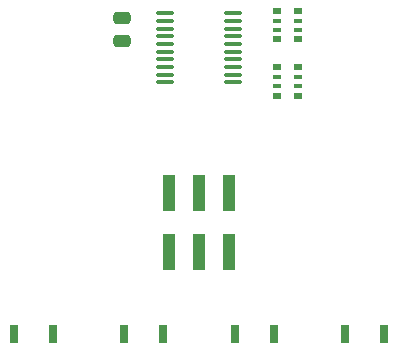
<source format=gbr>
%TF.GenerationSoftware,KiCad,Pcbnew,8.0.0*%
%TF.CreationDate,2024-07-14T16:28:40-05:00*%
%TF.ProjectId,Rick,5269636b-2e6b-4696-9361-645f70636258,rev?*%
%TF.SameCoordinates,Original*%
%TF.FileFunction,Paste,Bot*%
%TF.FilePolarity,Positive*%
%FSLAX46Y46*%
G04 Gerber Fmt 4.6, Leading zero omitted, Abs format (unit mm)*
G04 Created by KiCad (PCBNEW 8.0.0) date 2024-07-14 16:28:40*
%MOMM*%
%LPD*%
G01*
G04 APERTURE LIST*
G04 Aperture macros list*
%AMRoundRect*
0 Rectangle with rounded corners*
0 $1 Rounding radius*
0 $2 $3 $4 $5 $6 $7 $8 $9 X,Y pos of 4 corners*
0 Add a 4 corners polygon primitive as box body*
4,1,4,$2,$3,$4,$5,$6,$7,$8,$9,$2,$3,0*
0 Add four circle primitives for the rounded corners*
1,1,$1+$1,$2,$3*
1,1,$1+$1,$4,$5*
1,1,$1+$1,$6,$7*
1,1,$1+$1,$8,$9*
0 Add four rect primitives between the rounded corners*
20,1,$1+$1,$2,$3,$4,$5,0*
20,1,$1+$1,$4,$5,$6,$7,0*
20,1,$1+$1,$6,$7,$8,$9,0*
20,1,$1+$1,$8,$9,$2,$3,0*%
G04 Aperture macros list end*
%ADD10RoundRect,0.100000X-0.637500X-0.100000X0.637500X-0.100000X0.637500X0.100000X-0.637500X0.100000X0*%
%ADD11R,0.800000X0.500000*%
%ADD12R,0.800000X0.400000*%
%ADD13R,1.000000X3.150000*%
%ADD14R,0.800000X1.600000*%
%ADD15RoundRect,0.250000X0.475000X-0.250000X0.475000X0.250000X-0.475000X0.250000X-0.475000X-0.250000X0*%
G04 APERTURE END LIST*
D10*
%TO.C,U1*%
X167475000Y-78825000D03*
X167475000Y-78175000D03*
X167475000Y-77525000D03*
X167475000Y-76875000D03*
X167475000Y-76225000D03*
X167475000Y-75575000D03*
X167475000Y-74925000D03*
X167475000Y-74275000D03*
X167475000Y-73625000D03*
X167475000Y-72975000D03*
X173200000Y-72975000D03*
X173200000Y-73625000D03*
X173200000Y-74275000D03*
X173200000Y-74925000D03*
X173200000Y-75575000D03*
X173200000Y-76225000D03*
X173200000Y-76875000D03*
X173200000Y-77525000D03*
X173200000Y-78175000D03*
X173200000Y-78825000D03*
%TD*%
D11*
%TO.C,RN2*%
X178750000Y-72800000D03*
D12*
X178750000Y-73600000D03*
X178750000Y-74400000D03*
D11*
X178750000Y-75200000D03*
X176950000Y-75200000D03*
D12*
X176950000Y-74400000D03*
X176950000Y-73600000D03*
D11*
X176950000Y-72800000D03*
%TD*%
%TO.C,RN1*%
X176950000Y-79950000D03*
D12*
X176950000Y-79150000D03*
X176950000Y-78350000D03*
D11*
X176950000Y-77550000D03*
X178750000Y-77550000D03*
D12*
X178750000Y-78350000D03*
X178750000Y-79150000D03*
D11*
X178750000Y-79950000D03*
%TD*%
D13*
%TO.C,J1*%
X172890000Y-93225000D03*
X172890000Y-88175000D03*
X170350000Y-93225000D03*
X170350000Y-88175000D03*
X167810000Y-93225000D03*
X167810000Y-88175000D03*
%TD*%
D14*
%TO.C,D4*%
X186000000Y-100150000D03*
X182700000Y-100150000D03*
%TD*%
%TO.C,D3*%
X176666666Y-100150000D03*
X173366666Y-100150000D03*
%TD*%
%TO.C,D2*%
X167333333Y-100150000D03*
X164033333Y-100150000D03*
%TD*%
%TO.C,D1*%
X158000000Y-100150000D03*
X154700000Y-100150000D03*
%TD*%
D15*
%TO.C,C1*%
X163850000Y-75300000D03*
X163850000Y-73400000D03*
%TD*%
M02*

</source>
